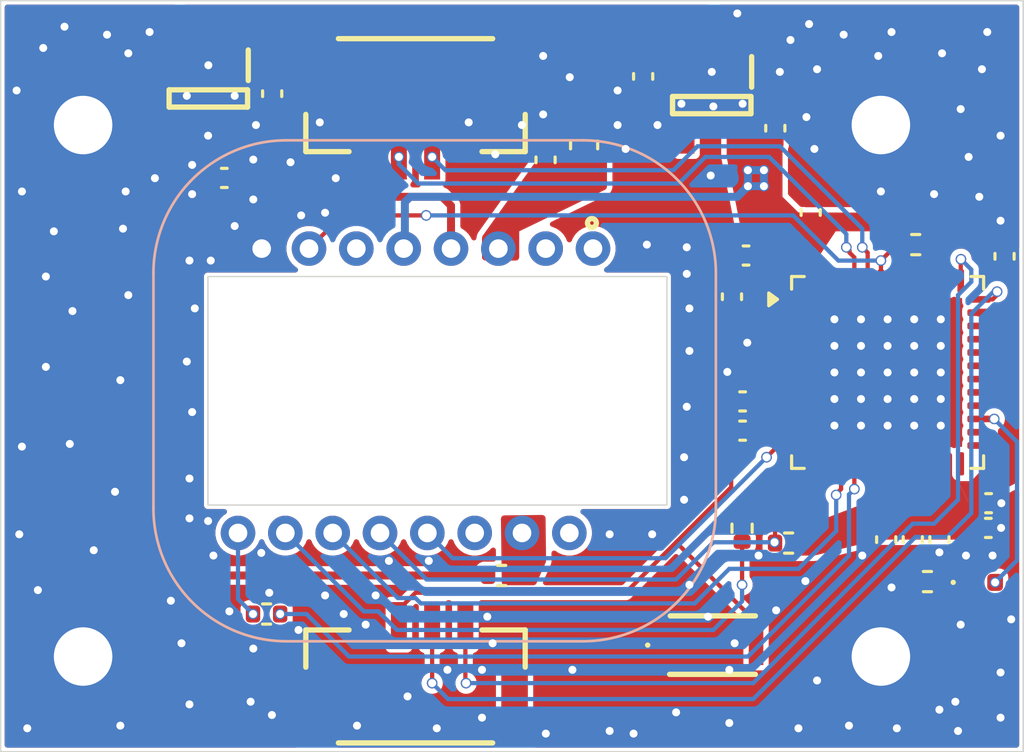
<source format=kicad_pcb>
(kicad_pcb (version 20241229) (generator "pcbnew") (generator_version "9.0")
  (layers (0 "F.Cu" signal) (2 "B.Cu" signal) (13 "F.Paste" user) (15 "B.Paste" user) (5 "F.SilkS" user "F.Silkscreen") (7 "B.SilkS" user "B.Silkscreen") (1 "F.Mask" user) (3 "B.Mask" user) (25 "Edge.Cuts" user))
  (net 0 "")
  (net 1 "Net-(U1-VDDPIX)")
  (net 2 "GND")
  (net 3 "VDD")
  (net 4 "+3.3V")
  (net 5 "+1V8")
  (net 6 "/NRST")
  (net 7 "Net-(U2-PF1)")
  (net 8 "Net-(U2-PF0)")
  (net 9 "Net-(D3-A)")
  (net 10 "Net-(D3-K)")
  (net 13 "/SWCLK")
  (net 14 "/SWDIO")
  (net 15 "/USART1_TX")
  (net 16 "/USART1_RX")
  (net 17 "/RESET")
  (net 18 "/MISO")
  (net 19 "Net-(U1-LED_P)")
  (net 20 "Net-(U1-SCLK)")
  (net 21 "/SCLK")
  (net 25 "/SENSOR_INT")
  (net 27 "/CS")
  (net 28 "/MOSI")
  (net 58 "Net-(U1-MOTION)")
  (footprint "Resistor_SMD:R_0402_1005Metric" (layer "F.Cu") (at 114.03 105.73 180)
    (property "Reference" "R2" (hide yes))
    (property "Value" "10k" (hide yes))
  )
  (footprint "Capacitor_SMD:C_0402_1005Metric" (layer "F.Cu") (at 94.61 88.82 -90)
    (property "Reference" "C3" (hide yes))
    (property "Value" "1u" (hide yes))
  )
  (footprint "Capacitor_SMD:C_0402_1005Metric" (layer "F.Cu") (at 118.7 105.6 90)
    (property "Reference" "C7" (hide yes))
    (property "Value" "10n" (hide yes))
  )
  (footprint "Resistor_SMD:R_0402_1005Metric" (layer "F.Cu") (at 112.28 105.17 90)
    (property "Reference" "R5" (hide yes))
    (property "Value" "10k" (hide yes))
  )
  (footprint "Resistor_SMD:R_0402_1005Metric" (layer "F.Cu") (at 94.4 108.4)
    (property "Reference" "R4" (hide yes))
    (property "Value" "0R" (hide yes))
  )
  (footprint "Capacitor_SMD:C_0402_1005Metric" (layer "F.Cu") (at 122.15 94.94 -90)
    (property "Reference" "C16" (hide yes))
    (property "Value" "100n" (hide yes))
  )
  (footprint "Resistor_SMD:R_0402_1005Metric" (layer "F.Cu") (at 118.81 94.5 180)
    (property "Reference" "R1" (hide yes))
    (property "Value" "10k" (hide yes))
  )
  (footprint "LED_SMD:LED_0402_1005Metric" (layer "F.Cu") (at 121.31 107.21)
    (property "Reference" "D3" (hide yes))
    (property "Value" "LED" (hide yes))
  )
  (footprint "samacsys:SOT95P280X145-5N" (layer "F.Cu") (at 111.14 89.25 -90)
    (property "Reference" "IC1" (hide yes))
    (property "Value" "LDLN025M33R" (hide yes))
  )
  (footprint "Capacitor_SMD:C_0402_1005Metric" (layer "F.Cu") (at 113.53 90.12 90)
    (property "Reference" "C4" (hide yes))
    (property "Value" "1u" (hide yes))
  )
  (footprint "MountingHole:MountingHole_2.2mm_M2_ISO14580_Pad" (layer "F.Cu") (at 117.5 90)
    (property "Reference" "H2" (hide yes))
    (property "Value" "MountingHole_Pad" (hide yes))
  )
  (footprint "Capacitor_SMD:C_0402_1005Metric" (layer "F.Cu") (at 117.7 105.6 90)
    (property "Reference" "C10" (hide yes))
    (property "Value" "1u" (hide yes))
  )
  (footprint "samacsys:LFXTAL069527REEL" (layer "F.Cu") (at 112.1 98.74 -90)
    (property "Reference" "Y1" (hide yes))
    (property "Value" "Crystal_GND24_Small" (hide yes))
  )
  (footprint "samacsys:SM04B-GHS-TB" (layer "F.Cu") (at 100 91 180)
    (property "Reference" "J2" (hide yes))
    (property "Value" "SM04B-GHS-TB_LF__SN_" (hide yes))
  )
  (footprint "Capacitor_SMD:C_0402_1005Metric" (layer "F.Cu") (at 104.89 91.31 90)
    (property "Reference" "C2" (hide yes))
    (property "Value" "100nF" (hide yes))
  )
  (footprint "Capacitor_SMD:C_0402_1005Metric" (layer "F.Cu") (at 114.86 93.29 -90)
    (property "Reference" "C17" (hide yes))
    (property "Value" "100n" (hide yes))
  )
  (footprint "samacsys:SM04B-GHS-TB" (layer "F.Cu") (at 100 109)
    (property "Reference" "J1" (hide yes))
    (property "Value" "SM04B-GHS-TB_LF__SN_" (hide yes))
  )
  (footprint "Capacitor_SMD:C_0402_1005Metric" (layer "F.Cu") (at 112.3 101.5)
    (property "Reference" "C6" (hide yes))
    (property "Value" "0.1u" (hide yes))
  )
  (footprint "samacsys:KXT341LHS" (layer "F.Cu") (at 111.18 109.57)
    (property "Reference" "SW1" (hide yes))
    (property "Value" "RSTBTN" (hide yes))
  )
  (footprint "Capacitor_SMD:C_0402_1005Metric" (layer "F.Cu") (at 111.9 96.46 -90)
    (property "Reference" "C13" (hide yes))
    (property "Value" "16p" (hide yes))
  )
  (footprint "Resistor_SMD:R_0402_1005Metric" (layer "F.Cu") (at 119.25 107.18)
    (property "Reference" "R20" (hide yes))
    (property "Value" "1.1k" (hide yes))
  )
  (footprint "Capacitor_SMD:C_0402_1005Metric" (layer "F.Cu") (at 112.3 100.4 180)
    (property "Reference" "C12" (hide yes))
    (property "Value" "16p" (hide yes))
  )
  (footprint "Capacitor_SMD:C_0402_1005Metric" (layer "F.Cu") (at 119.7 105.6 90)
    (property "Reference" "C8" (hide yes))
    (property "Value" "1u" (hide yes))
  )
  (footprint "Capacitor_SMD:C_0402_1005Metric" (layer "F.Cu") (at 92.81 91.99 180)
    (property "Reference" "C5" (hide yes))
    (property "Value" "1u" (hide yes))
  )
  (footprint "Capacitor_SMD:C_0402_1005Metric" (layer "F.Cu") (at 121.54 105.16)
    (property "Reference" "C11" (hide yes))
    (property "Value" "4.7u" (hide yes))
  )
  (footprint "samacsys:PMW3360" (layer "F.Cu") (at 100 100)
    (property "Reference" "U1" (hide yes))
    (property "Value" "PMW3360" (hide yes))
    (fp_rect (start -7.805 -4.3) (end 9.455 4.3) (stroke (width 0.05)) (fill no) (layer "Edge.Cuts"))
  )
  (footprint "Capacitor_SMD:C_0402_1005Metric" (layer "F.Cu") (at 121.55 104.23 180)
    (property "Reference" "C15" (hide yes))
    (property "Value" "100n" (hide yes))
  )
  (footprint "MountingHole:MountingHole_2.2mm_M2_ISO14580_Pad" (layer "F.Cu") (at 87.5 90)
    (property "Reference" "H1" (hide yes))
    (property "Value" "MountingHole_Pad" (hide yes))
  )
  (footprint "Capacitor_SMD:C_0402_1005Metric" (layer "F.Cu") (at 112.43 94.91)
    (property "Reference" "C9" (hide yes))
    (property "Value" "100n" (hide yes))
  )
  (footprint "Package_DFN_QFN:QFN-48-1EP_7x7mm_P0.5mm_EP5.6x5.6mm" (layer "F.Cu") (at 117.7525 99.31)
    (property "Reference" "U2" (hide yes))
    (property "Value" "STM32G431CBUx" (hide yes))
  )
  (footprint "samacsys:SOT95P280X145-5N" (layer "F.Cu") (at 92.21 89 -90)
    (property "Reference" "IC2" (hide yes))
    (property "Value" "LDLN025M33R" (hide yes))
  )
  (footprint "MountingHole:MountingHole_2.2mm_M2_ISO14580_Pad" (layer "F.Cu") (at 87.5 110)
    (property "Reference" "H3" (hide yes))
    (property "Value" "MountingHole_Pad" (hide yes))
  )
  (footprint "Resistor_SMD:R_0402_1005Metric" (layer "F.Cu") (at 103.24 106.95)
    (property "Reference" "R3" (hide yes))
    (property "Value" "39R" (hide yes))
  )
  (footprint "Capacitor_SMD:C_0402_1005Metric" (layer "F.Cu") (at 108.56 88.17 -90)
    (property "Reference" "C14" (hide yes))
    (property "Value" "1u" (hide yes))
  )
  (footprint "MountingHole:MountingHole_2.2mm_M2_ISO14580_Pad" (layer "F.Cu") (at 117.5 110)
    (property "Reference" "H4" (hide yes))
    (property "Value" "MountingHole_Pad" (hide yes))
  )
  (footprint "Capacitor_SMD:C_0603_1608Metric_Pad1.08x0.95mm_HandSolder" (layer "F.Cu") (at 106.34 90.75 90)
    (property "Reference" "C1" (hide yes))
    (property "Value" "4.7uF/10V" (hide yes))
  )
  (gr_rect (start 84.4 85.32) (end 122.85 113.58) (stroke (width 0.05)) (fill no) (layer "Edge.Cuts"))
  (via (at 120.3 111.7) (size 0.4) (drill 0.3) (layers "F.Cu" "B.Cu") (net 2))
  (via (at 122 112.3) (size 0.4) (drill 0.3) (layers "F.Cu" "B.Cu") (net 2))
  (via (at 118.7525 97.31) (size 0.4) (drill 0.3) (layers "F.Cu" "B.Cu") (net 2))
  (via (at 113.560588 108.260588) (size 0.4) (drill 0.3) (layers "F.Cu" "B.Cu") (net 2))
  (via (at 96.6 107.7) (size 0.4) (drill 0.3) (layers "F.Cu" "B.Cu") (net 2))
  (via (at 88.9 112.6) (size 0.4) (drill 0.3) (layers "F.Cu" "B.Cu") (net 2))
  (via (at 108.2 112.9) (size 0.4) (drill 0.3) (layers "F.Cu" "B.Cu") (net 2))
  (via (at 114.8 86.2) (size 0.4) (drill 0.3) (layers "F.Cu" "B.Cu") (net 2))
  (via (at 110 89.2) (size 0.4) (drill 0.3) (layers "F.Cu" "B.Cu") (net 2))
  (via (at 85.1 105.4) (size 0.4) (drill 0.3) (layers "F.Cu" "B.Cu") (net 2))
  (via (at 97.8 112.6) (size 0.4) (drill 0.3) (layers "F.Cu" "B.Cu") (net 2))
  (via (at 93.9 92.8) (size 0.4) (drill 0.3) (layers "F.Cu" "B.Cu") (net 2))
  (via (at 111.14 88) (size 0.4) (drill 0.3) (layers "F.Cu" "B.Cu") (net 2))
  (via (at 91.5 104.8) (size 0.4) (drill 0.3) (layers "F.Cu" "B.Cu") (net 2))
  (via (at 94.2 106.1) (size 0.4) (drill 0.3) (layers "F.Cu" "B.Cu") (net 2))
  (via (at 91.2 109.5) (size 0.4) (drill 0.3) (layers "F.Cu" "B.Cu") (net 2))
  (via (at 111.725 99.29) (size 0.4) (drill 0.3) (layers "F.Cu" "B.Cu") (net 2))
  (via (at 121.7 106.2) (size 0.4) (drill 0.3) (layers "F.Cu" "B.Cu") (net 2))
  (via (at 92.21 87.75) (size 0.4) (drill 0.3) (layers "F.Cu" "B.Cu") (net 2))
  (via (at 118.7525 100.31) (size 0.4) (drill 0.3) (layers "F.Cu" "B.Cu") (net 2))
  (via (at 85.2 92.5) (size 0.4) (drill 0.3) (layers "F.Cu" "B.Cu") (net 2))
  (via (at 102.7 108.5) (size 0.4) (drill 0.3) (layers "F.Cu" "B.Cu") (net 2))
  (via (at 118.7525 99.31) (size 0.4) (drill 0.3) (layers "F.Cu" "B.Cu") (net 2))
  (via (at 104 90) (size 0.4) (drill 0.3) (layers "F.Cu" "B.Cu") (net 2))
  (via (at 91.4 98.9) (size 0.4) (drill 0.3) (layers "F.Cu" "B.Cu") (net 2))
  (via (at 115.7525 97.31) (size 0.4) (drill 0.3) (layers "F.Cu" "B.Cu") (net 2))
  (via (at 115.7525 98.31) (size 0.4) (drill 0.3) (layers "F.Cu" "B.Cu") (net 2))
  (via (at 105.8 88.2) (size 0.4) (drill 0.3) (layers "F.Cu" "B.Cu") (net 2))
  (via (at 104.9 112.9) (size 0.4) (drill 0.3) (layers "F.Cu" "B.Cu") (net 2))
  (via (at 117.7525 98.31) (size 0.4) (drill 0.3) (layers "F.Cu" "B.Cu") (net 2))
  (via (at 117.7525 97.31) (size 0.4) (drill 0.3) (layers "F.Cu" "B.Cu") (net 2))
  (via (at 110.2 94.6) (size 0.4) (drill 0.3) (layers "F.Cu" "B.Cu") (net 2))
  (via (at 112.3 89.2) (size 0.4) (drill 0.3) (layers "F.Cu" "B.Cu") (net 2))
  (via (at 116.7525 100.31) (size 0.4) (drill 0.3) (layers "F.Cu" "B.Cu") (net 2))
  (via (at 119.7525 100.31) (size 0.4) (drill 0.3) (layers "F.Cu" "B.Cu") (net 2))
  (via (at 85.2 102.1) (size 0.4) (drill 0.3) (layers "F.Cu" "B.Cu") (net 2))
  (via (at 115.1 110.9) (size 0.4) (drill 0.3) (layers "F.Cu" "B.Cu") (net 2))
  (via (at 119.7 106.08) (size 0.4) (drill 0.3) (layers "F.Cu" "B.Cu") (net 2))
  (via (at 93.8 111.7) (size 0.4) (drill 0.3) (layers "F.Cu" "B.Cu") (net 2))
  (via (at 122 110.6) (size 0.4) (drill 0.3) (layers "F.Cu" "B.Cu") (net 2))
  (via (at 121.2 92.7) (size 0.4) (drill 0.3) (layers "F.Cu" "B.Cu") (net 2))
  (via (at 120.8 91.2) (size 0.4) (drill 0.3) (layers "F.Cu" "B.Cu") (net 2))
  (via (at 107.6 90) (size 0.4) (drill 0.3) (layers "F.Cu" "B.Cu") (net 2))
  (via (at 116.1 86.6) (size 0.4) (drill 0.3) (layers "F.Cu" "B.Cu") (net 2))
  (via (at 111 108.5) (size 0.4) (drill 0.3) (layers "F.Cu" "B.Cu") (net 2))
  (via (at 107.6 88.7) (size 0.4) (drill 0.3) (layers "F.Cu" "B.Cu") (net 2))
  (via (at 85.8 107.5) (size 0.4) (drill 0.3) (layers "F.Cu" "B.Cu") (net 2))
  (via (at 110.2 100.6) (size 0.4) (drill 0.3) (layers "F.Cu" "B.Cu") (net 2))
  (via (at 117.5 92.5) (size 0.4) (drill 0.3) (layers "F.Cu" "B.Cu") (net 2))
  (via (at 94.6 112.2) (size 0.4) (drill 0.3) (layers "F.Cu" "B.Cu") (net 2))
  (via (at 87.1 97) (size 0.4) (drill 0.3) (layers "F.Cu" "B.Cu") (net 2))
  (via (at 97 92) (size 0.4) (drill 0.3) (layers "F.Cu" "B.Cu") (net 2))
  (via (at 102.5 112.3) (size 0.4) (drill 0.3) (layers "F.Cu" "B.Cu") (net 2))
  (via (at 90 86.5) (size 0.4) (drill 0.3) (layers "F.Cu" "B.Cu") (net 2))
  (via (at 91.6 91.5) (size 0.4) (drill 0.3) (layers "F.Cu" "B.Cu") (net 2))
  (via (at 115.7525 99.31) (size 0.4) (drill 0.3) (layers "F.Cu" "B.Cu") (net 2))
  (via (at 110.3 98.5) (size 0.4) (drill 0.3) (layers "F.Cu" "B.Cu") (net 2))
  (via (at 120.5 108.8) (size 0.4) (drill 0.3) (layers "F.Cu" "B.Cu") (net 2))
  (via (at 110.3 107.3) (size 0.4) (drill 0.3) (layers "F.Cu" "B.Cu") (net 2))
  (via (at 99.7 111.5) (size 0.4) (drill 0.3) (layers "F.Cu" "B.Cu") (net 2))
  (via (at 116.8 106.2) (size 0.4) (drill 0.3) (layers "F.Cu" "B.Cu") (net 2))
  (via (at 86.1 95.7) (size 0.4) (drill 0.3) (layers "F.Cu" "B.Cu") (net 2))
  (via (at 119.7525 101.31) (size 0.4) (drill 0.3) (layers "F.Cu" "B.Cu") (net 2))
  (via (at 107.3 105.4) (size 0.4) (drill 0.3) (layers "F.Cu" "B.Cu") (net 2))
  (via (at 110.1 104.1) (size 0.4) (drill 0.3) (layers "F.Cu" "B.Cu") (net 2))
  (via (at 122 93.6) (size 0.4) (drill 0.3) (layers "F.Cu" "B.Cu") (net 2))
  (via (at 111.1 91.9) (size 0.4) (drill 0.3) (layers "F.Cu" "B.Cu") (net 2))
  (via (at 85 88.7) (size 0.4) (drill 0.3) (layers "F.Cu" "B.Cu") (net 2))
  (via (at 87 102) (size 0.4) (drill 0.3) (layers "F.Cu" "B.Cu") (net 2))
  (via (at 98.5 107.7) (size 0.4) (drill 0.3) (layers "F.Cu" "B.Cu") (net 2))
  (via (at 95.6 109) (size 0.4) (drill 0.3) (layers "F.Cu" "B.Cu") (net 2))
  (via (at 122 90.4) (size 0.4) (drill 0.3) (layers "F.Cu" "B.Cu") (net 2))
  (via (at 119.5 92.6) (size 0.4) (drill 0.3) (layers "F.Cu" "B.Cu") (net 2))
  (via (at 92.4 106.2) (size 0.4) (drill 0.3) (layers "F.Cu" "B.Cu") (net 2))
  (via (at 119.8 87.3) (size 0.4) (drill 0.3) (layers "F.Cu" "B.Cu") (net 2))
  (via (at 107.9 90.9) (size 0.4) (drill 0.3) (layers "F.Cu" "B.Cu") (net 2))
  (via (at 117.7525 101.31) (size 0.4) (drill 0.3) (layers "F.Cu" "B.Cu") (net 2))
  (via (at 101.2 110.5) (size 0.4) (drill 0.3) (layers "F.Cu" "B.Cu") (net 2))
  (via (at 93.2 93.8) (size 0.4) (drill 0.3) (layers "F.Cu" "B.Cu") (net 2))
  (via (at 98.125 108.8) (size 0.4) (drill 0.3) (layers "F.Cu" "B.Cu") (net 2))
  (via (at 89.1 92.5) (size 0.4) (drill 0.3) (layers "F.Cu" "B.Cu") (net 2))
  (via (at 90.8 107.9) (size 0.4) (drill 0.3) (layers "F.Cu" "B.Cu") (net 2))
  (via (at 116.7525 97.31) (size 0.4) (drill 0.3) (layers "F.Cu" "B.Cu") (net 2))
  (via (at 116.7525 99.31) (size 0.4) (drill 0.3) (layers "F.Cu" "B.Cu") (net 2))
  (via (at 118.7525 98.31) (size 0.4) (drill 0.3) (layers "F.Cu" "B.Cu") (net 2))
  (via (at 97.3 108.4) (size 0.4) (drill 0.3) (layers "F.Cu" "B.Cu") (net 2))
  (via (at 117.4 87.4) (size 0.4) (drill 0.3) (layers "F.Cu" "B.Cu") (net 2))
  (via (at 102.9 109.5) (size 0.4) (drill 0.3) (layers "F.Cu" "B.Cu") (net 2))
  (via (at 117.9 86.5) (size 0.4) (drill 0.3) (layers "F.Cu" "B.Cu") (net 2))
  (via (at 110.2 95.6) (size 0.4) (drill 0.3) (layers "F.Cu" "B.Cu") (net 2))
  (via (at 113.7 88) (size 0.4) (drill 0.3) (layers "F.Cu" "B.Cu") (net 2))
  (via (at 91.4 88.9) (size 0.4) (drill 0.3) (layers "F.Cu" "B.Cu") (net 2))
  (via (at 99 106.4) (size 0.4) (drill 0.3) (layers "F.Cu" "B.Cu") (net 2))
  (via (at 91.5 103.3) (size 0.4) (drill 0.3) (layers "F.Cu" "B.Cu") (net 2))
  (via (at 91.5 111.8) (size 0.4) (drill 0.3) (layers "F.Cu" "B.Cu") (net 2))
  (via (at 117.7525 99.31) (size 0.4) (drill 0.3) (layers "F.Cu" "B.Cu") (net 2))
  (via (at 108.9 105.4) (size 0.4) (drill 0.3) (layers "F.Cu" "B.Cu") (net 2))
  (via (at 102.5 110.5) (size 0.4) (drill 0.3) (layers "F.Cu" "B.Cu") (net 2))
  (via (at 93.9 91.3) (size 0.4) (drill 0.3) (layers "F.Cu" "B.Cu") (net 2))
  (via (at 100.8 112.7) (size 0.4) (drill 0.3) (layers "F.Cu" "B.Cu") (net 2))
  (via (at 111.8 110.5) (size 0.4) (drill 0.3) (layers "F.Cu" "B.Cu") (net 2))
  (via (at 93.9 109.7) (size 0.4) (drill 0.3) (layers "F.Cu" "B.Cu") (net 2))
  (via (at 96.6 93.3) (size 0.4) (drill 0.3) (layers "F.Cu" "B.Cu") (net 2))
  (via (at 104.8 87.4) (size 0.4) (drill 0.3) (layers "F.Cu" "B.Cu") (net 2))
  (via (at 86 87.1) (size 0.4) (drill 0.3) (layers "F.Cu" "B.Cu") (net 2))
  (via (at 91.6 100.8) (size 0.4) (drill 0.3) (layers "F.Cu" "B.Cu") (net 2))
  (via (at 121.5 86.5) (size 0.4) (drill 0.3) (layers "F.Cu" "B.Cu") (net 2))
  (via (at 122.03 104.23) (size 0.4) (drill 0.3) (layers "F.Cu" "B.Cu") (net 2))
  (via (at 109.8 112.1) (size 0.4) (drill 0.3) (layers "F.Cu" "B.Cu") (net 2))
  (via (at 90.2 92) (size 0.4) (drill 0.3) (layers "F.Cu" "B.Cu") (net 2))
  (via (at 91.6 92.6) (size 0.4) (drill 0.3) (layers "F.Cu" "B.Cu") (net 2))
  (via (at 89 93.9) (size 0.4) (drill 0.3) (layers "F.Cu" "B.Cu") (net 2))
  (via (at 119.7525 97.31) (size 0.4) (drill 0.3) (layers "F.Cu" "B.Cu") (net 2))
  (via (at 108.7 94.5) (size 0.4) (drill 0.3) (layers "F.Cu" "B.Cu") (net 2))
  (via (at 110.1 102.5) (size 0.4) (drill 0.3) (layers "F.Cu" "B.Cu") (net 2))
  (via (at 114.4 112.7) (size 0.4) (drill 0.3) (layers "F.Cu" "B.Cu") (net 2))
  (via (at 112.475 98.19) (size 0.4) (drill 0.3) (layers "F.Cu" "B.Cu") (net 2))
  (via (at 119.7525 99.31) (size 0.4) (drill 0.3) (layers "F.Cu" "B.Cu") (net 2))
  (via (at 122.02 105.16) (size 0.4) (drill 0.3) (layers "F.Cu" "B.Cu") (net 2))
  (via (at 103 91.1) (size 0.4) (drill 0.3) (layers "F.Cu" "B.Cu") (net 2))
  (via (at 86.4 94) (size 0.4) (drill 0.3) (layers "F.Cu" "B.Cu") (net 2))
  (via (at 93.2 88.9) (size 0.4) (drill 0.3) (layers "F.Cu" "B.Cu") (net 2))
  (via (at 86.1 99.1) (size 0.4) (drill 0.3) (layers "F.Cu" "B.Cu") (net 2))
  (via (at 109.1 90) (size 0.4) (drill 0.3) (layers "F.Cu" "B.Cu") (net 2))
  (via (at 94.5 107.6) (size 0.4) (drill 0.3) (layers "F.Cu" "B.Cu") (net 2))
  (via (at 95.7 93.4) (size 0.4) (drill 0.3) (layers "F.Cu" "B.Cu") (net 2))
  (via (at 94 90) (size 0.4) (drill 0.3) (layers "F.Cu" "B.Cu") (net 2))
  (via (at 115.1 87.9) (size 0.4) (drill 0.3) (layers "F.Cu" "B.Cu") (net 2))
  (via (at 118.1 112.7) (size 0.4) (drill 0.3) (layers "F.Cu" "B.Cu") (net 2))
  (via (at 86.8 86.3) (size 0.4) (drill 0.3) (layers "F.Cu" "B.Cu") (net 2))
  (via (at 85.4 112.7) (size 0.4) (drill 0.3) (layers "F.Cu" "B.Cu") (net 2))
  (via (at 110.3 96.9) (size 0.4) (drill 0.3) (layers "F.Cu" "B.Cu") (net 2))
  (via (at 112.1 85.8) (size 0.4) (drill 0.3) (layers "F.Cu" "B.Cu") (net 2))
  (via (at 114.660588 107.160588) (size 0.4) (drill 0.3) (layers "F.Cu" "B.Cu") (net 2))
  (via (at 112 109.5) (size 0.4) (drill 0.3) (layers "F.Cu" "B.Cu") (net 2))
  (via (at 116.7525 101.31) (size 0.4) (drill 0.3) (layers "F.Cu" "B.Cu") (net 2))
  (via (at 115 90.9) (size 0.4) (drill 0.3) (layers "F.Cu" "B.Cu") (net 2))
  (via (at 120.5 89.4) (size 0.4) (drill 0.3) (layers "F.Cu" "B.Cu") (net 2))
  (via (at 91.5 95.1) (size 0.4) (drill 0.3) (layers "F.Cu" "B.Cu") (net 2))
  (via (at 88.7 103.8) (size 0.4) (drill 0.3) (layers "F.Cu" "B.Cu") (net 2))
  (via (at 102 89.9) (size 0.4) (drill 0.3) (layers "F.Cu" "B.Cu") (net 2))
  (via (at 107.3 112.8) (size 0.4) (drill 0.3) (layers "F.Cu" "B.Cu") (net 2))
  (via (at 115.7525 100.31) (size 0.4) (drill 0.3) (layers "F.Cu" "B.Cu") (net 2))
  (via (at 116.7525 98.31) (size 0.4) (drill 0.3) (layers "F.Cu" "B.Cu") (net 2))
  (via (at 92.3 95.1) (size 0.4) (drill 0.3) (layers "F.Cu" "B.Cu") (net 2))
  (via (at 92.2 90.4) (size 0.4) (drill 0.3) (layers "F.Cu" "B.Cu") (net 2))
  (via (at 118.7525 101.31) (size 0.4) (drill 0.3) (layers "F.Cu" "B.Cu") (net 2))
  (via (at 93 108.3) (size 0.4) (drill 0.3) (layers "F.Cu" "B.Cu") (net 2))
  (via (at 96.4 89.9) (size 0.4) (drill 0.3) (layers "F.Cu" "B.Cu") (net 2))
  (via (at 105.9 110.5) (size 0.4) (drill 0.3) (layers "F.Cu" "B.Cu") (net 2))
  (via (at 119.7 112) (size 0.4) (drill 0.3) (layers "F.Cu" "B.Cu") (net 2))
  (via (at 122.4 108.6) (size 0.4) (drill 0.3) (layers "F.Cu" "B.Cu") (net 2))
  (via (at 95.3 91.4) (size 0.4) (drill 0.3) (layers "F.Cu" "B.Cu") (net 2))
  (via (at 117.9 107.4) (size 0.4) (drill 0.3) (layers "F.Cu" "B.Cu") (net 2))
  (via (at 119.7525 98.31) (size 0.4) (drill 0.3) (layers "F.Cu" "B.Cu") (net 2))
  (via (at 120.4 112.8) (size 0.4) (drill 0.3) (layers "F.Cu" "B.Cu") (net 2))
  (via (at 114.1 86.8) (size 0.4) (drill 0.3) (layers "F.Cu" "B.Cu") (net 2))
  (via (at 104.8 89.6) (size 0.4) (drill 0.3) (layers "F.Cu" "B.Cu") (net 2))
  (via (at 88.9 99.6) (size 0.4) (drill 0.3) (layers "F.Cu" "B.Cu") (net 2))
  (via (at 114.7 89.7) (size 0.4) (drill 0.3) (layers "F.Cu" "B.Cu") (net 2))
  (via (at 120.7 106.2) (size 0.4) (drill 0.3) (layers "F.Cu" "B.Cu") (net 2))
  (via (at 89.2 96.4) (size 0.4) (drill 0.3) (layers "F.Cu" "B.Cu") (net 2))
  (via (at 89.2 87.3) (size 0.4) (drill 0.3) (layers "F.Cu" "B.Cu") (net 2))
  (via (at 100.5 106.4) (size 0.4) (drill 0.3) (layers "F.Cu" "B.Cu") (net 2))
  (via (at 116.3 112.6) (size 0.4) (drill 0.3) (layers "F.Cu" "B.Cu") (net 2))
  (via (at 117.7525 100.31) (size 0.4) (drill 0.3) (layers "F.Cu" "B.Cu") (net 2))
  (via (at 111.8 112.5) (size 0.4) (drill 0.3) (layers "F.Cu" "B.Cu") (net 2))
  (via (at 88.4 86.6) (size 0.4) (drill 0.3) (layers "F.Cu" "B.Cu") (net 2))
  (via (at 92.2 104.9) (size 0.4) (drill 0.3) (layers "F.Cu" "B.Cu") (net 2))
  (via (at 87.9 106) (size 0.4) (drill 0.3) (layers "F.Cu" "B.Cu") (net 2))
  (via (at 111.2 89.3) (size 0.4) (drill 0.3) (layers "F.Cu" "B.Cu") (net 2))
  (via (at 121.3 87.9) (size 0.4) (drill 0.3) (layers "F.Cu" "B.Cu") (net 2))
  (via (at 115.7525 101.31) (size 0.4) (drill 0.3) (layers "F.Cu" "B.Cu") (net 2))
  (via (at 112.9 106.2) (size 0.4) (drill 0.3) (layers "F.Cu" "B.Cu") (net 2))
  (via (at 91.7 96.9) (size 0.4) (drill 0.3) (layers "F.Cu" "B.Cu") (net 2))
  (segment (start 121.19 97.06) (end 122.16 97.06) (width 0.3) (layer "F.Cu") (net 4))
  (segment (start 122.45 95.75) (end 122.15 95.45) (width 0.3) (layer "F.Cu") (net 4))
  (segment (start 119.32 93.98) (end 119.5 93.8) (width 0.3) (layer "F.Cu") (net 4))
  (segment (start 122.45 96.77) (end 122.45 95.75) (width 0.3) (layer "F.Cu") (net 4))
  (segment (start 112.19 90.6) (end 112.09 90.5) (width 0.3) (layer "F.Cu") (net 4))
  (segment (start 115.0025 93.9125) (end 114.86 93.77) (width 0.3) (layer "F.Cu") (net 4))
  (segment (start 122.16 97.06) (end 122.45 96.77) (width 0.3) (layer "F.Cu") (net 4))
  (segment (start 122.15 95.45) (end 122.15 95.42) (width 0.3) (layer "F.Cu") (net 4))
  (segment (start 119.32 94.5) (end 119.32 93.98) (width 0.3) (layer "F.Cu") (net 4))
  (via (at 113.1 91.7) (size 0.4) (drill 0.3) (layers "F.Cu" "B.Cu") (net 4))
  (via (at 112.5 91.7) (size 0.4) (drill 0.3) (layers "F.Cu" "B.Cu") (net 4))
  (via (at 112.5 92.3) (size 0.4) (drill 0.3) (layers "F.Cu" "B.Cu") (net 4))
  (via (at 113.1 92.3) (size 0.4) (drill 0.3) (layers "F.Cu" "B.Cu") (net 4))
  (segment (start 113.1 91.7) (end 113.1 92.3) (width 0.3) (layer "B.Cu") (net 4))
  (segment (start 112.5 91.7) (end 112.5 92.3) (width 0.3) (layer "B.Cu") (net 4))
  (segment (start 99.6 92.9) (end 99.8 92.7) (width 0.3) (layer "B.Cu") (net 4))
  (segment (start 112.5 92.3) (end 113.1 92.3) (width 0.3) (layer "B.Cu") (net 4))
  (segment (start 99.555 94.65) (end 99.6 94.605) (width 0.3) (layer "B.Cu") (net 4))
  (segment (start 112.1 92.7) (end 112.5 92.3) (width 0.3) (layer "B.Cu") (net 4))
  (segment (start 99.6 94.605) (end 99.6 92.9) (width 0.3) (layer "B.Cu") (net 4))
  (segment (start 113.1 91.7) (end 112.5 91.7) (width 0.3) (layer "B.Cu") (net 4))
  (segment (start 99.8 92.7) (end 112.1 92.7) (width 0.3) (layer "B.Cu") (net 4))
  (segment (start 92.12 106.95) (end 90.72 105.55) (width 0.3) (layer "F.Cu") (net 5))
  (segment (start 101 92.7) (end 101.335 93.035) (width 0.3) (layer "F.Cu") (net 5))
  (segment (start 94.74 91.99) (end 95.45 92.7) (width 0.3) (layer "F.Cu") (net 5))
  (segment (start 93.16 91.86) (end 93.29 91.99) (width 0.3) (layer "F.Cu") (net 5))
  (segment (start 93.29 91.99) (end 94.74 91.99) (width 0.3) (layer "F.Cu") (net 5))
  (segment (start 90.72 105.55) (end 90.72 94.94) (width 0.3) (layer "F.Cu") (net 5))
  (segment (start 93.29 92.37) (end 93.29 91.99) (width 0.3) (layer "F.Cu") (net 5))
  (segment (start 90.72 94.94) (end 93.29 92.37) (width 0.3) (layer "F.Cu") (net 5))
  (segment (start 101.335 93.035) (end 101.335 94.65) (width 0.3) (layer "F.Cu") (net 5))
  (segment (start 102.73 106.95) (end 92.12 106.95) (width 0.3) (layer "F.Cu") (net 5))
  (segment (start 93.16 90.25) (end 93.16 91.86) (width 0.3) (layer "F.Cu") (net 5))
  (segment (start 95.45 92.7) (end 101 92.7) (width 0.3) (layer "F.Cu") (net 5))
  (segment (start 109.8 105.7) (end 107.9 107.6) (width 0.16) (layer "F.Cu") (net 6))
  (segment (start 112.78 101.5) (end 112.78 101.76) (width 0.16) (layer "F.Cu") (net 6))
  (segment (start 107.9 107.6) (end 100 107.6) (width 0.16) (layer "F.Cu") (net 6))
  (segment (start 112.805 108.705) (end 112.805 109.57) (width 0.16) (layer "F.Cu") (net 6))
  (segment (start 112.94 101.66) (end 112.78 101.5) (width 0.16) (layer "F.Cu") (net 6))
  (segment (start 111.87 103.63) (end 109.8 105.7) (width 0.16) (layer "F.Cu") (net 6))
  (segment (start 112.94 101.34) (end 112.94 101.66) (width 0.16) (layer "F.Cu") (net 6))
  (segment (start 100 107.6) (end 99.375 108.225) (width 0.16) (layer "F.Cu") (net 6))
  (segment (start 109.85 105.75) (end 112.805 108.705) (width 0.16) (layer "F.Cu") (net 6))
  (segment (start 109.8 105.7) (end 109.85 105.75) (width 0.16) (layer "F.Cu") (net 6))
  (segment (start 99.375 108.225) (end 99.375 108.8) (width 0.16) (layer "F.Cu") (net 6))
  (segment (start 113.74 99.56) (end 113.4 99.9) (width 0.16) (layer "F.Cu") (net 6))
  (segment (start 113.4 99.9) (end 113.4 100.88) (width 0.16) (layer "F.Cu") (net 6))
  (segment (start 113.4 100.88) (end 112.94 101.34) (width 0.16) (layer "F.Cu") (net 6))
  (segment (start 111.87 102.67) (end 111.87 103.63) (width 0.16) (layer "F.Cu") (net 6))
  (segment (start 114.315 99.56) (end 113.74 99.56) (width 0.16) (layer "F.Cu") (net 6))
  (segment (start 112.78 101.76) (end 111.87 102.67) (width 0.16) (layer "F.Cu") (net 6))
  (segment (start 112.5 99.7) (end 112.78 99.98) (width 0.16) (layer "F.Cu") (net 7))
  (segment (start 114.315 99.06) (end 112.705 99.06) (width 0.16) (layer "F.Cu") (net 7))
  (segment (start 112.705 99.06) (end 112.475 99.29) (width 0.16) (layer "F.Cu") (net 7))
  (segment (start 112.5 99.315) (end 112.5 99.7) (width 0.16) (layer "F.Cu") (net 7))
  (segment (start 112.475 99.29) (end 112.5 99.315) (width 0.16) (layer "F.Cu") (net 7))
  (segment (start 112.78 99.98) (end 112.78 100.4) (width 0.16) (layer "F.Cu") (net 7))
  (segment (start 113.46 98.56) (end 114.315 98.56) (width 0.16) (layer "F.Cu") (net 8))
  (segment (start 111.84 96.94) (end 111.9 96.94) (width 0.16) (layer "F.Cu") (net 8))
  (segment (start 111.9 97.915) (end 111.9 97) (width 0.16) (layer "F.Cu") (net 8))
  (segment (start 112.64 96.94) (end 113.1 97.4) (width 0.16) (layer "F.Cu") (net 8))
  (segment (start 111.9 96.94) (end 112.64 96.94) (width 0.16) (layer "F.Cu") (net 8))
  (segment (start 111.725 98.19) (end 111.625 98.19) (width 0.16) (layer "F.Cu") (net 8))
  (segment (start 113.1 97.4) (end 113.1 98.2) (width 0.16) (layer "F.Cu") (net 8))
  (segment (start 111.625 98.19) (end 111.9 97.915) (width 0.16) (layer "F.Cu") (net 8))
  (segment (start 113.1 98.2) (end 113.46 98.56) (width 0.16) (layer "F.Cu") (net 8))
  (segment (start 111.9 97) (end 111.84 96.94) (width 0.16) (layer "F.Cu") (net 8))
  (segment (start 121.761679 101.06) (end 121.19 101.06) (width 0.16) (layer "F.Cu") (net 9))
  (via (at 121.761679 101.06) (size 0.4) (drill 0.3) (layers "F.Cu" "B.Cu") (net 9))
  (via (at 121.795 107.21) (size 0.4) (drill 0.3) (layers "F.Cu" "B.Cu") (net 9))
  (segment (start 121.795 107.205) (end 121.795 107.21) (width 0.16) (layer "B.Cu") (net 9))
  (segment (start 122.619 101.919) (end 122.619 106.381) (width 0.16) (layer "B.Cu") (net 9))
  (segment (start 121.761679 101.061679) (end 122.619 101.919) (width 0.16) (layer "B.Cu") (net 9))
  (segment (start 121.761679 101.06) (end 121.761679 101.061679) (width 0.16) (layer "B.Cu") (net 9))
  (segment (start 122.619 106.381) (end 121.795 107.205) (width 0.16) (layer "B.Cu") (net 9))
  (segment (start 120.795 107.18) (end 120.825 107.21) (width 0.16) (layer "F.Cu") (net 10))
  (segment (start 119.76 107.18) (end 120.795 107.18) (width 0.16) (layer "F.Cu") (net 10))
  (segment (start 120.5025 95.0575) (end 120.51 95.05) (width 0.16) (layer "F.Cu") (net 13))
  (segment (start 120.5025 95.8725) (end 120.5025 95.0575) (width 0.16) (layer "F.Cu") (net 13))
  (segment (start 101.875 108.8) (end 101.875 110.975) (width 0.16) (layer "F.Cu") (net 13))
  (segment (start 101.875 110.975) (end 101.9 111) (width 0.16) (layer "F.Cu") (net 13))
  (segment (start 120.51 95.05) (end 120.596034 95.136034) (width 0.16) (layer "F.Cu") (net 13))
  (via (at 101.9 111) (size 0.4) (drill 0.3) (layers "F.Cu" "B.Cu") (net 13))
  (via (at 120.51 95.05) (size 0.4) (drill 0.3) (layers "F.Cu" "B.Cu") (net 13))
  (segment (start 120.51 95.05) (end 120.9 95.44) (width 0.16) (layer "B.Cu") (net 13))
  (segment (start 112.7 111) (end 101.9 111) (width 0.16) (layer "B.Cu") (net 13))
  (segment (start 120.9 95.9) (end 120.4 96.4) (width 0.16) (layer "B.Cu") (net 13))
  (segment (start 120.4 96.4) (end 120.4 104.1) (width 0.16) (layer "B.Cu") (net 13))
  (segment (start 119.5 105) (end 118.7 105) (width 0.16) (layer "B.Cu") (net 13))
  (segment (start 118.7 105) (end 112.7 111) (width 0.16) (layer "B.Cu") (net 13))
  (segment (start 120.9 95.44) (end 120.9 95.9) (width 0.16) (layer "B.Cu") (net 13))
  (segment (start 120.4 104.1) (end 119.5 105) (width 0.16) (layer "B.Cu") (net 13))
  (segment (start 121.87 96.39) (end 121.7 96.56) (width 0.16) (layer "F.Cu") (net 14))
  (segment (start 121.7 96.56) (end 121.19 96.56) (width 0.16) (layer "F.Cu") (net 14))
  (segment (start 100.625 108.8) (end 100.625 111) (width 0.16) (layer "F.Cu") (net 14))
  (segment (start 121.87 96.27) (end 121.87 96.39) (width 0.16) (layer "F.Cu") (net 14))
  (via (at 121.87 96.27) (size 0.4) (drill 0.3) (layers "F.Cu" "B.Cu") (net 14))
  (via (at 100.625 111) (size 0.4) (drill 0.3) (layers "F.Cu" "B.Cu") (net 14))
  (segment (start 120.9 104.6) (end 120 105.5) (width 0.16) (layer "B.Cu") (net 14))
  (segment (start 121.73 96.27) (end 120.9 97.1) (width 0.16) (layer "B.Cu") (net 14))
  (segment (start 112.7 111.6) (end 101.225 111.6) (width 0.16) (layer "B.Cu") (net 14))
  (segment (start 120 105.5) (end 118.8 105.5) (width 0.16) (layer "B.Cu") (net 14))
  (segment (start 120.9 97.1) (end 120.9 104.6) (width 0.16) (layer "B.Cu") (net 14))
  (segment (start 121.87 96.27) (end 121.73 96.27) (width 0.16) (layer "B.Cu") (net 14))
  (segment (start 101.225 111.6) (end 100.625 111) (width 0.16) (layer "B.Cu") (net 14))
  (segment (start 118.8 105.5) (end 112.7 111.6) (width 0.16) (layer "B.Cu") (net 14))
  (segment (start 117.0025 94.8025) (end 117.0025 95.8725) (width 0.16) (layer "F.Cu") (net 15))
  (segment (start 116.8 94.6) (end 117.0025 94.8025) (width 0.16) (layer "F.Cu") (net 15))
  (via (at 100.625 91.2) (size 0.4) (drill 0.3) (layers "F.Cu" "B.Cu") (net 15))
  (via (at 116.8 94.6) (size 0.4) (drill 0.3) (layers "F.Cu" "B.Cu") (net 15))
  (segment (start 110.6 90.8) (end 109.7 91.7) (width 0.16) (layer "B.Cu") (net 15))
  (segment (start 113.7 90.8) (end 110.6 90.8) (width 0.16) (layer "B.Cu") (net 15))
  (segment (start 109.7 91.7) (end 101.125 91.7) (width 0.16) (layer "B.Cu") (net 15))
  (segment (start 116.8 94.6) (end 116.8 93.9) (width 0.16) (layer "B.Cu") (net 15))
  (segment (start 101.125 91.7) (end 100.625 91.2) (width 0.16) (layer "B.Cu") (net 15))
  (segment (start 116.8 93.9) (end 113.7 90.8) (width 0.16) (layer "B.Cu") (net 15))
  (segment (start 116.199997 94.6) (end 116.2 94.6) (width 0.16) (layer "F.Cu") (net 16))
  (segment (start 116.319 94.799236) (end 116.5025 94.982736) (width 0.16) (layer "F.Cu") (net 16))
  (segment (start 116.5025 94.982736) (end 116.5025 95.8725) (width 0.16) (layer "F.Cu") (net 16))
  (segment (start 116.2 94.6) (end 116.319 94.719) (width 0.16) (layer "F.Cu") (net 16))
  (segment (start 116.319 94.719) (end 116.319 94.799236) (width 0.16) (layer "F.Cu") (net 16))
  (via (at 116.199997 94.6) (size 0.4) (drill 0.3) (layers "F.Cu" "B.Cu") (net 16))
  (via (at 99.375 91.2) (size 0.4) (drill 0.3) (layers "F.Cu" "B.Cu") (net 16))
  (segment (start 113.3 91.2) (end 116.199997 94.099997) (width 0.16) (layer "B.Cu") (net 16))
  (segment (start 100.1 92.2) (end 109.9 92.2) (width 0.16) (layer "B.Cu") (net 16))
  (segment (start 116.199997 94.099997) (end 116.199997 94.6) (width 0.16) (layer "B.Cu") (net 16))
  (segment (start 99.375 91.475) (end 100.1 92.2) (width 0.16) (layer "B.Cu") (net 16))
  (segment (start 109.9 92.2) (end 110.9 91.2) (width 0.16) (layer "B.Cu") (net 16))
  (segment (start 99.375 91.2) (end 99.375 91.475) (width 0.16) (layer "B.Cu") (net 16))
  (segment (start 110.9 91.2) (end 113.3 91.2) (width 0.16) (layer "B.Cu") (net 16))
  (segment (start 95.995 94.65) (end 97.245 93.4) (width 0.16) (layer "F.Cu") (net 17))
  (segment (start 118.1 94.5) (end 117.5 95.1) (width 0.16) (layer "F.Cu") (net 17))
  (segment (start 97.245 93.4) (end 100.4 93.4) (width 0.16) (layer "F.Cu") (net 17))
  (segment (start 118.3 94.5) (end 118.1 94.5) (width 0.16) (layer "F.Cu") (net 17))
  (segment (start 117.5025 95.1025) (end 117.5 95.1) (width 0.16) (layer "F.Cu") (net 17))
  (segment (start 117.5025 95.8725) (end 117.5025 95.1025) (width 0.16) (layer "F.Cu") (net 17))
  (via (at 100.4 93.4) (size 0.4) (drill 0.3) (layers "F.Cu" "B.Cu") (net 17))
  (via (at 117.5 95.1) (size 0.4) (drill 0.3) (layers "F.Cu" "B.Cu") (net 17))
  (segment (start 114.2 93.4) (end 115.9 95.1) (width 0.16) (layer "B.Cu") (net 17))
  (segment (start 100.4 93.4) (end 114.2 93.4) (width 0.16) (layer "B.Cu") (net 17))
  (segment (start 115.9 95.1) (end 117.5 95.1) (width 0.16) (layer "B.Cu") (net 17))
  (segment (start 114.34 104.72) (end 113.7 104.72) (width 0.16) (layer "F.Cu") (net 18))
  (segment (start 115.5025 102.7475) (end 115.5025 103.5575) (width 0.16) (layer "F.Cu") (net 18))
  (segment (start 115.5025 103.5575) (end 114.34 104.72) (width 0.16) (layer "F.Cu") (net 18))
  (segment (start 113.7 104.72) (end 113.52 104.9) (width 0.16) (layer "F.Cu") (net 18))
  (segment (start 113.52 104.9) (end 113.52 105.73) (width 0.16) (layer "F.Cu") (net 18))
  (via (at 113.5 105.7) (size 0.4) (drill 0.3) (layers "F.Cu" "B.Cu") (net 18))
  (segment (start 111.2 105.7) (end 109.8 107.1) (width 0.16) (layer "B.Cu") (net 18))
  (segment (start 109.8 107.1) (end 100.415 107.1) (width 0.16) (layer "B.Cu") (net 18))
  (segment (start 113.5 105.7) (end 111.2 105.7) (width 0.16) (layer "B.Cu") (net 18))
  (segment (start 100.415 107.1) (end 98.665 105.35) (width 0.16) (layer "B.Cu") (net 18))
  (segment (start 112.28 107.3) (end 112.28 105.68) (width 0.16) (layer "F.Cu") (net 20))
  (via (at 112.28 107.3) (size 0.4) (drill 0.3) (layers "F.Cu" "B.Cu") (net 20))
  (segment (start 112.28 107.3) (end 112.28 107.92) (width 0.16) (layer "B.Cu") (net 20))
  (segment (start 98.6 108.3) (end 98.055 108.3) (width 0.16) (layer "B.Cu") (net 20))
  (segment (start 111.2 109) (end 99.3 109) (width 0.16) (layer "B.Cu") (net 20))
  (segment (start 99.3 109) (end 98.6 108.3) (width 0.16) (layer "B.Cu") (net 20))
  (segment (start 112.28 107.92) (end 111.2 109) (width 0.16) (layer "B.Cu") (net 20))
  (segment (start 98.055 108.3) (end 95.105 105.35) (width 0.16) (layer "B.Cu") (net 20))
  (segment (start 114.02 104.31) (end 112.63 104.31) (width 0.16) (layer "F.Cu") (net 21))
  (segment (start 115.0025 102.7475) (end 115.0025 103.3275) (width 0.16) (layer "F.Cu") (net 21))
  (segment (start 112.63 104.31) (end 112.28 104.66) (width 0.16) (layer "F.Cu") (net 21))
  (segment (start 115.0025 103.3275) (end 114.02 104.31) (width 0.16) (layer "F.Cu") (net 21))
  (segment (start 116.5025 102.7475) (end 116.5025 103.6975) (width 0.16) (layer "F.Cu") (net 25))
  (segment (start 116.5 103.7) (end 116.5025 103.6975) (width 0.16) (layer "F.Cu") (net 25))
  (via (at 116.5025 103.6975) (size 0.4) (drill 0.3) (layers "F.Cu" "B.Cu") (net 25))
  (via (at 94.91 108.4) (size 0.4) (drill 0.3) (layers "F.Cu" "B.Cu") (net 25))
  (segment (start 94.91 108.4) (end 95.9 108.4) (width 0.16) (layer "B.Cu") (net 25))
  (segment (start 97.5 110) (end 112.5 110) (width 0.16) (layer "B.Cu") (net 25))
  (segment (start 112.5 110) (end 116.3 106.2) (width 0.16) (layer "B.Cu") (net 25))
  (segment (start 95.9 108.4) (end 97.5 110) (width 0.16) (layer "B.Cu") (net 25))
  (segment (start 116.3 103.9) (end 116.5025 103.6975) (width 0.16) (layer "B.Cu") (net 25))
  (segment (start 116.3 106.2) (end 116.3 103.9) (width 0.16) (layer "B.Cu") (net 25))
  (segment (start 114.315 102.06) (end 113.64 102.06) (width 0.16) (layer "F.Cu") (net 27))
  (segment (start 113.64 102.06) (end 113.2 102.5) (width 0.16) (layer "F.Cu") (net 27))
  (via (at 113.2 102.5) (size 0.4) (drill 0.3) (layers "F.Cu" "B.Cu") (net 27))
  (segment (start 100.445 105.35) (end 101.395 106.3) (width 0.16) (layer "B.Cu") (net 27))
  (segment (start 101.395 106.3) (end 109.4 106.3) (width 0.16) (layer "B.Cu") (net 27))
  (segment (start 109.4 106.3) (end 113.2 102.5) (width 0.16) (layer "B.Cu") (net 27))
  (segment (start 115.8 103.9) (end 115.819412 103.919412) (width 0.16) (layer "F.Cu") (net 28))
  (segment (start 116.0025 103.6975) (end 115.8 103.9) (width 0.16) (layer "F.Cu") (net 28))
  (segment (start 116.0025 102.7475) (end 116.0025 103.6975) (width 0.16) (layer "F.Cu") (net 28))
  (via (at 115.819412 103.919412) (size 0.4) (drill 0.3) (layers "F.Cu" "B.Cu") (net 28))
  (segment (start 111.8 106.7) (end 114.4 106.7) (width 0.16) (layer "B.Cu") (net 28))
  (segment (start 115.819412 105.280588) (end 115.819412 103.919412) (width 0.16) (layer "B.Cu") (net 28))
  (segment (start 114.4 106.7) (end 115.819412 105.280588) (width 0.16) (layer "B.Cu") (net 28))
  (segment (start 100 107.8) (end 100.2 108) (width 0.16) (layer "B.Cu") (net 28))
  (segment (start 96.885 105.35) (end 99.335 107.8) (width 0.16) (layer "B.Cu") (net 28))
  (segment (start 100.2 108) (end 110.5 108) (width 0.16) (layer "B.Cu") (net 28))
  (segment (start 99.335 107.8) (end 100 107.8) (width 0.16) (layer "B.Cu") (net 28))
  (segment (start 110.5 108) (end 111.8 106.7) (width 0.16) (layer "B.Cu") (net 28))
  (via (at 93.89 108.4) (size 0.4) (drill 0.3) (layers "F.Cu" "B.Cu") (net 58))
  (segment (start 93.325 105.35) (end 93.325 107.835) (width 0.16) (layer "B.Cu") (net 58))
  (segment (start 93.325 107.835) (end 93.89 108.4) (width 0.16) (layer "B.Cu") (net 58))
  (zone (net 3) (net_name "VDD") (layer "F.Cu") (priority 99) (connect_pads yes (clearance 0.15)) (min_thickness 0.25) (fill yes (thermal_gap 0.5) (thermal_bridge_width 0.5))
    (polygon (pts (xy 111.7 88.6) (xy 112.5 88.6) (xy 112.5 87.4) (xy 110.9 85.3) (xy 91.3 85.3) (xy 90.9 87.3) (xy 90.9 88.4) (xy 91.6 88.4) (xy 91.6 87) (xy 92.7 87) (xy 92.7 88.4) (xy 93.6 88.4) (xy 94.61 88.82) (xy 95.4 88.82) (xy 95.4 86.4) (xy 97.1 86.4) (xy 97.1 89.9) (xy 97.6 92.2) (xy 98.7 92.2) (xy 98.695277 90.094539) (xy 102.9 89.1) (xy 102.9 86.4) (xy 104.3 86.4) (xy 106.9 88.1) (xy 108.56 88.17) (xy 109.4 88.17) (xy 109.7 88.7) (xy 110.6 88.7) (xy 110.6 87.4) (xy 111.7 87.4)))
  )
  (zone (net 4) (net_name "+3.3V") (layer "F.Cu") (priority 99) (connect_pads yes (clearance 0.15)) (min_thickness 0.25) (fill yes (thermal_gap 0.5) (thermal_bridge_width 0.5))
    (polygon (pts (xy 120.5 93.3) (xy 121.9 94.9) (xy 122.9 94.94) (xy 122.9 103.3) (xy 122.15 103.7) (xy 121.55 104) (xy 120.8 104.2) (xy 120.4 103.4) (xy 120.9 103.4) (xy 121.9 102.3) (xy 121.9 96.7) (xy 122.1 96.3) (xy 122.1 95.9) (xy 120.4 94.7) (xy 118.6 94) (xy 118 94) (xy 118 93.3)))
  )
  (zone (net 4) (net_name "+3.3V") (layer "F.Cu") (priority 98) (connect_pads yes (clearance 0.15)) (min_thickness 0.25) (fill yes (thermal_gap 0.5) (thermal_bridge_width 0.5))
    (polygon (pts (xy 115.2 96.3) (xy 115.2 94.9) (xy 115.8 94) (xy 118.6 94) (xy 118.6 93.3) (xy 114.86 93.29) (xy 114.4 93.29) (xy 113.8 92.7) (xy 113.8 90.3) (xy 113.1 90.3) (xy 112.4 89.9) (xy 111.7 89.9) (xy 111.7 91.2) (xy 112.43 94.91) (xy 112.43 95.9) (xy 113.3 96.8) (xy 114.8 96.8) (xy 114.8 96.3)))
  )
  (zone (net 1) (net_name "Net-(U1-VDDPIX)") (layer "F.Cu") (priority 99) (connect_pads yes (clearance 0.15)) (min_thickness 0.25) (fill yes (thermal_gap 0.5) (thermal_bridge_width 0.5))
    (polygon (pts (xy 102.5 95.1) (xy 102.5 94.2) (xy 104.5 91.4) (xy 105.4 91.31) (xy 106.1 90.7) (xy 107.2 90.75) (xy 107.2 92.4) (xy 103.9 94) (xy 103.9 95.1)))
  )
  (zone (net 4) (net_name "+3.3V") (layer "F.Cu") (priority 97) (connect_pads yes (clearance 0.15)) (min_thickness 0.25) (fill yes (thermal_gap 0.5) (thermal_bridge_width 0.5))
    (polygon (pts (xy 121.5 105.6) (xy 121.55 103.6) (xy 121.3 103.4) (xy 120.4 103.4) (xy 120.2 103.2) (xy 120.2 102.3) (xy 119.7 102.3) (xy 119.7 103.2) (xy 119.5 103.4) (xy 119.3 103.4) (xy 119.2 103.3) (xy 119.2 102.3) (xy 118.3 102.3) (xy 118.3 103.3) (xy 116.9 104.23) (xy 114.1 105.3) (xy 114.03 106.2) (xy 115 106.2) (xy 116.9 105.73) (xy 117.7 105.6) (xy 119.7 105.6)))
  )
  (zone (net 19) (net_name "Net-(U1-LED_P)") (layer "F.Cu") (priority 99) (connect_pads yes (clearance 0.15)) (min_thickness 0.25) (fill yes (thermal_gap 0.5) (thermal_bridge_width 0.5))
    (polygon (pts (xy 103.24 106.95) (xy 103.24 107.56) (xy 104.43 107.51) (xy 104.91 106.43) (xy 104.89 104.67) (xy 103.21 104.69)))
  )
  (zone (net 2) (net_name "GND") (layers "F.Cu" "B.Cu") (priority 6) (connect_pads yes (clearance 0.15)) (min_thickness 0.2) (fill yes (thermal_gap 0.5) (thermal_bridge_width 0.5))
    (polygon (pts (xy 84.4 85.32) (xy 122.85 85.32) (xy 122.85 113.58) (xy 84.4 113.58)))
  )
)
</source>
